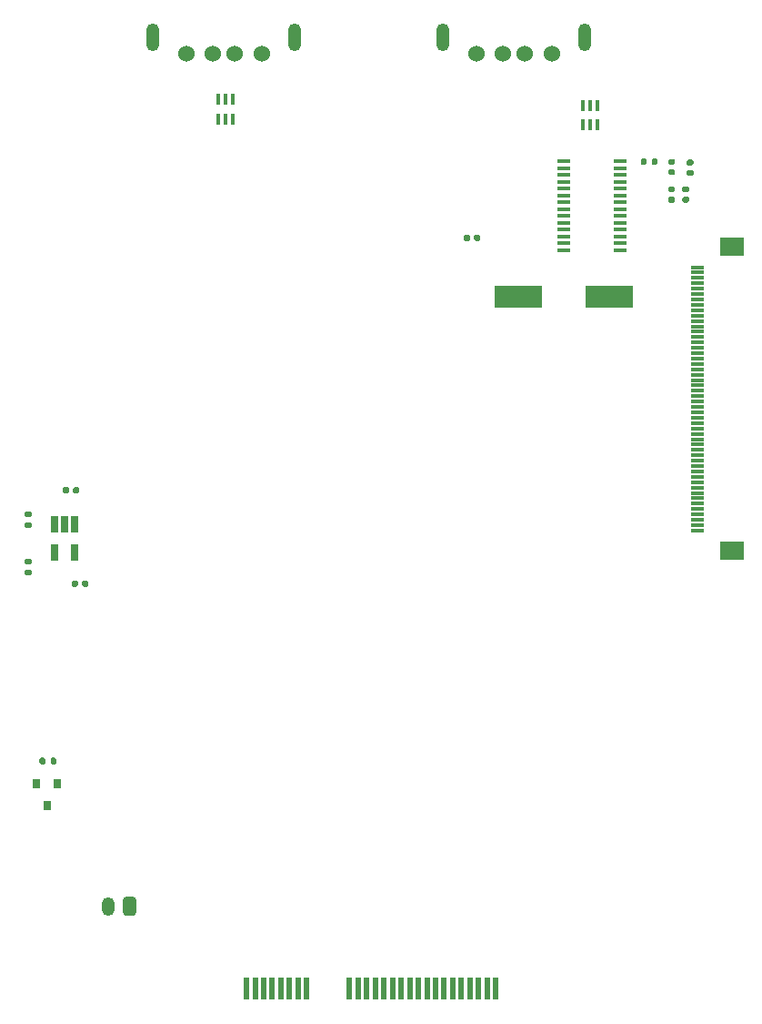
<source format=gts>
G04 #@! TF.GenerationSoftware,KiCad,Pcbnew,(5.1.10-1-10_14)*
G04 #@! TF.CreationDate,2021-12-01T22:20:01+01:00*
G04 #@! TF.ProjectId,DCEXT,44434558-542e-46b6-9963-61645f706362,rev?*
G04 #@! TF.SameCoordinates,Original*
G04 #@! TF.FileFunction,Soldermask,Top*
G04 #@! TF.FilePolarity,Negative*
%FSLAX46Y46*%
G04 Gerber Fmt 4.6, Leading zero omitted, Abs format (unit mm)*
G04 Created by KiCad (PCBNEW (5.1.10-1-10_14)) date 2021-12-01 22:20:01*
%MOMM*%
%LPD*%
G01*
G04 APERTURE LIST*
%ADD10O,1.200000X2.600000*%
%ADD11C,1.524000*%
%ADD12R,4.500000X2.000000*%
%ADD13R,1.200000X0.400000*%
%ADD14O,1.200000X1.750000*%
%ADD15R,0.800000X0.900000*%
%ADD16R,1.300000X0.300000*%
%ADD17R,2.200000X1.800000*%
%ADD18R,0.650000X1.560000*%
%ADD19R,0.600000X2.000000*%
%ADD20R,0.400000X1.050000*%
G04 APERTURE END LIST*
D10*
X117597000Y-52615000D03*
X104399000Y-52615000D03*
D11*
X114498000Y-54065000D03*
X111999000Y-54065000D03*
X109997000Y-54065000D03*
X107498000Y-54065000D03*
D10*
X90589000Y-52615000D03*
X77391000Y-52615000D03*
D11*
X87490000Y-54065000D03*
X84991000Y-54065000D03*
X82989000Y-54065000D03*
X80490000Y-54065000D03*
D12*
X111380000Y-76740000D03*
X119880000Y-76740000D03*
D13*
X115650000Y-72377500D03*
X115650000Y-71742500D03*
X115650000Y-71107500D03*
X115650000Y-70472500D03*
X115650000Y-69837500D03*
X115650000Y-69202500D03*
X115650000Y-68567500D03*
X115650000Y-67932500D03*
X115650000Y-67297500D03*
X115650000Y-66662500D03*
X115650000Y-66027500D03*
X115650000Y-65392500D03*
X115650000Y-64757500D03*
X115650000Y-64122500D03*
X120850000Y-64122500D03*
X120850000Y-64757500D03*
X120850000Y-65392500D03*
X120850000Y-66027500D03*
X120850000Y-66662500D03*
X120850000Y-67297500D03*
X120850000Y-67932500D03*
X120850000Y-68567500D03*
X120850000Y-69202500D03*
X120850000Y-69837500D03*
X120850000Y-70472500D03*
X120850000Y-71107500D03*
X120850000Y-71742500D03*
X120850000Y-72377500D03*
G36*
G01*
X123820000Y-64325000D02*
X123820000Y-63955000D01*
G75*
G02*
X123955000Y-63820000I135000J0D01*
G01*
X124225000Y-63820000D01*
G75*
G02*
X124360000Y-63955000I0J-135000D01*
G01*
X124360000Y-64325000D01*
G75*
G02*
X124225000Y-64460000I-135000J0D01*
G01*
X123955000Y-64460000D01*
G75*
G02*
X123820000Y-64325000I0J135000D01*
G01*
G37*
G36*
G01*
X122800000Y-64325000D02*
X122800000Y-63955000D01*
G75*
G02*
X122935000Y-63820000I135000J0D01*
G01*
X123205000Y-63820000D01*
G75*
G02*
X123340000Y-63955000I0J-135000D01*
G01*
X123340000Y-64325000D01*
G75*
G02*
X123205000Y-64460000I-135000J0D01*
G01*
X122935000Y-64460000D01*
G75*
G02*
X122800000Y-64325000I0J135000D01*
G01*
G37*
G36*
G01*
X65932900Y-101614000D02*
X65562900Y-101614000D01*
G75*
G02*
X65427900Y-101479000I0J135000D01*
G01*
X65427900Y-101209000D01*
G75*
G02*
X65562900Y-101074000I135000J0D01*
G01*
X65932900Y-101074000D01*
G75*
G02*
X66067900Y-101209000I0J-135000D01*
G01*
X66067900Y-101479000D01*
G75*
G02*
X65932900Y-101614000I-135000J0D01*
G01*
G37*
G36*
G01*
X65932900Y-102634000D02*
X65562900Y-102634000D01*
G75*
G02*
X65427900Y-102499000I0J135000D01*
G01*
X65427900Y-102229000D01*
G75*
G02*
X65562900Y-102094000I135000J0D01*
G01*
X65932900Y-102094000D01*
G75*
G02*
X66067900Y-102229000I0J-135000D01*
G01*
X66067900Y-102499000D01*
G75*
G02*
X65932900Y-102634000I-135000J0D01*
G01*
G37*
G36*
G01*
X65562900Y-97687100D02*
X65932900Y-97687100D01*
G75*
G02*
X66067900Y-97822100I0J-135000D01*
G01*
X66067900Y-98092100D01*
G75*
G02*
X65932900Y-98227100I-135000J0D01*
G01*
X65562900Y-98227100D01*
G75*
G02*
X65427900Y-98092100I0J135000D01*
G01*
X65427900Y-97822100D01*
G75*
G02*
X65562900Y-97687100I135000J0D01*
G01*
G37*
G36*
G01*
X65562900Y-96667100D02*
X65932900Y-96667100D01*
G75*
G02*
X66067900Y-96802100I0J-135000D01*
G01*
X66067900Y-97072100D01*
G75*
G02*
X65932900Y-97207100I-135000J0D01*
G01*
X65562900Y-97207100D01*
G75*
G02*
X65427900Y-97072100I0J135000D01*
G01*
X65427900Y-96802100D01*
G75*
G02*
X65562900Y-96667100I135000J0D01*
G01*
G37*
G36*
G01*
X67360000Y-119715000D02*
X67360000Y-120085000D01*
G75*
G02*
X67225000Y-120220000I-135000J0D01*
G01*
X66955000Y-120220000D01*
G75*
G02*
X66820000Y-120085000I0J135000D01*
G01*
X66820000Y-119715000D01*
G75*
G02*
X66955000Y-119580000I135000J0D01*
G01*
X67225000Y-119580000D01*
G75*
G02*
X67360000Y-119715000I0J-135000D01*
G01*
G37*
G36*
G01*
X68380000Y-119715000D02*
X68380000Y-120085000D01*
G75*
G02*
X68245000Y-120220000I-135000J0D01*
G01*
X67975000Y-120220000D01*
G75*
G02*
X67840000Y-120085000I0J135000D01*
G01*
X67840000Y-119715000D01*
G75*
G02*
X67975000Y-119580000I135000J0D01*
G01*
X68245000Y-119580000D01*
G75*
G02*
X68380000Y-119715000I0J-135000D01*
G01*
G37*
G36*
G01*
X127160000Y-66990000D02*
X126820000Y-66990000D01*
G75*
G02*
X126680000Y-66850000I0J140000D01*
G01*
X126680000Y-66570000D01*
G75*
G02*
X126820000Y-66430000I140000J0D01*
G01*
X127160000Y-66430000D01*
G75*
G02*
X127300000Y-66570000I0J-140000D01*
G01*
X127300000Y-66850000D01*
G75*
G02*
X127160000Y-66990000I-140000J0D01*
G01*
G37*
G36*
G01*
X127160000Y-67950000D02*
X126820000Y-67950000D01*
G75*
G02*
X126680000Y-67810000I0J140000D01*
G01*
X126680000Y-67530000D01*
G75*
G02*
X126820000Y-67390000I140000J0D01*
G01*
X127160000Y-67390000D01*
G75*
G02*
X127300000Y-67530000I0J-140000D01*
G01*
X127300000Y-67810000D01*
G75*
G02*
X127160000Y-67950000I-140000J0D01*
G01*
G37*
G36*
G01*
X125840000Y-66990000D02*
X125500000Y-66990000D01*
G75*
G02*
X125360000Y-66850000I0J140000D01*
G01*
X125360000Y-66570000D01*
G75*
G02*
X125500000Y-66430000I140000J0D01*
G01*
X125840000Y-66430000D01*
G75*
G02*
X125980000Y-66570000I0J-140000D01*
G01*
X125980000Y-66850000D01*
G75*
G02*
X125840000Y-66990000I-140000J0D01*
G01*
G37*
G36*
G01*
X125840000Y-67950000D02*
X125500000Y-67950000D01*
G75*
G02*
X125360000Y-67810000I0J140000D01*
G01*
X125360000Y-67530000D01*
G75*
G02*
X125500000Y-67390000I140000J0D01*
G01*
X125840000Y-67390000D01*
G75*
G02*
X125980000Y-67530000I0J-140000D01*
G01*
X125980000Y-67810000D01*
G75*
G02*
X125840000Y-67950000I-140000J0D01*
G01*
G37*
G36*
G01*
X125500000Y-64840000D02*
X125840000Y-64840000D01*
G75*
G02*
X125980000Y-64980000I0J-140000D01*
G01*
X125980000Y-65260000D01*
G75*
G02*
X125840000Y-65400000I-140000J0D01*
G01*
X125500000Y-65400000D01*
G75*
G02*
X125360000Y-65260000I0J140000D01*
G01*
X125360000Y-64980000D01*
G75*
G02*
X125500000Y-64840000I140000J0D01*
G01*
G37*
G36*
G01*
X125500000Y-63880000D02*
X125840000Y-63880000D01*
G75*
G02*
X125980000Y-64020000I0J-140000D01*
G01*
X125980000Y-64300000D01*
G75*
G02*
X125840000Y-64440000I-140000J0D01*
G01*
X125500000Y-64440000D01*
G75*
G02*
X125360000Y-64300000I0J140000D01*
G01*
X125360000Y-64020000D01*
G75*
G02*
X125500000Y-63880000I140000J0D01*
G01*
G37*
G36*
G01*
X127220000Y-64910000D02*
X127560000Y-64910000D01*
G75*
G02*
X127700000Y-65050000I0J-140000D01*
G01*
X127700000Y-65330000D01*
G75*
G02*
X127560000Y-65470000I-140000J0D01*
G01*
X127220000Y-65470000D01*
G75*
G02*
X127080000Y-65330000I0J140000D01*
G01*
X127080000Y-65050000D01*
G75*
G02*
X127220000Y-64910000I140000J0D01*
G01*
G37*
G36*
G01*
X127220000Y-63950000D02*
X127560000Y-63950000D01*
G75*
G02*
X127700000Y-64090000I0J-140000D01*
G01*
X127700000Y-64370000D01*
G75*
G02*
X127560000Y-64510000I-140000J0D01*
G01*
X127220000Y-64510000D01*
G75*
G02*
X127080000Y-64370000I0J140000D01*
G01*
X127080000Y-64090000D01*
G75*
G02*
X127220000Y-63950000I140000J0D01*
G01*
G37*
G36*
G01*
X106890000Y-71070000D02*
X106890000Y-71410000D01*
G75*
G02*
X106750000Y-71550000I-140000J0D01*
G01*
X106470000Y-71550000D01*
G75*
G02*
X106330000Y-71410000I0J140000D01*
G01*
X106330000Y-71070000D01*
G75*
G02*
X106470000Y-70930000I140000J0D01*
G01*
X106750000Y-70930000D01*
G75*
G02*
X106890000Y-71070000I0J-140000D01*
G01*
G37*
G36*
G01*
X107850000Y-71070000D02*
X107850000Y-71410000D01*
G75*
G02*
X107710000Y-71550000I-140000J0D01*
G01*
X107430000Y-71550000D01*
G75*
G02*
X107290000Y-71410000I0J140000D01*
G01*
X107290000Y-71070000D01*
G75*
G02*
X107430000Y-70930000I140000J0D01*
G01*
X107710000Y-70930000D01*
G75*
G02*
X107850000Y-71070000I0J-140000D01*
G01*
G37*
G36*
G01*
X70799300Y-103560700D02*
X70799300Y-103220700D01*
G75*
G02*
X70939300Y-103080700I140000J0D01*
G01*
X71219300Y-103080700D01*
G75*
G02*
X71359300Y-103220700I0J-140000D01*
G01*
X71359300Y-103560700D01*
G75*
G02*
X71219300Y-103700700I-140000J0D01*
G01*
X70939300Y-103700700D01*
G75*
G02*
X70799300Y-103560700I0J140000D01*
G01*
G37*
G36*
G01*
X69839300Y-103560700D02*
X69839300Y-103220700D01*
G75*
G02*
X69979300Y-103080700I140000J0D01*
G01*
X70259300Y-103080700D01*
G75*
G02*
X70399300Y-103220700I0J-140000D01*
G01*
X70399300Y-103560700D01*
G75*
G02*
X70259300Y-103700700I-140000J0D01*
G01*
X69979300Y-103700700D01*
G75*
G02*
X69839300Y-103560700I0J140000D01*
G01*
G37*
G36*
G01*
X69948400Y-94873900D02*
X69948400Y-94533900D01*
G75*
G02*
X70088400Y-94393900I140000J0D01*
G01*
X70368400Y-94393900D01*
G75*
G02*
X70508400Y-94533900I0J-140000D01*
G01*
X70508400Y-94873900D01*
G75*
G02*
X70368400Y-95013900I-140000J0D01*
G01*
X70088400Y-95013900D01*
G75*
G02*
X69948400Y-94873900I0J140000D01*
G01*
G37*
G36*
G01*
X68988400Y-94873900D02*
X68988400Y-94533900D01*
G75*
G02*
X69128400Y-94393900I140000J0D01*
G01*
X69408400Y-94393900D01*
G75*
G02*
X69548400Y-94533900I0J-140000D01*
G01*
X69548400Y-94873900D01*
G75*
G02*
X69408400Y-95013900I-140000J0D01*
G01*
X69128400Y-95013900D01*
G75*
G02*
X68988400Y-94873900I0J140000D01*
G01*
G37*
D14*
X73200000Y-133400000D03*
G36*
G01*
X75800000Y-132774999D02*
X75800000Y-134025001D01*
G75*
G02*
X75550001Y-134275000I-249999J0D01*
G01*
X74849999Y-134275000D01*
G75*
G02*
X74600000Y-134025001I0J249999D01*
G01*
X74600000Y-132774999D01*
G75*
G02*
X74849999Y-132525000I249999J0D01*
G01*
X75550001Y-132525000D01*
G75*
G02*
X75800000Y-132774999I0J-249999D01*
G01*
G37*
D15*
X67500000Y-124000000D03*
X66550000Y-122000000D03*
X68450000Y-122000000D03*
D16*
X128058300Y-73957600D03*
X128058300Y-74457600D03*
X128058300Y-74957600D03*
X128058300Y-75457600D03*
X128058300Y-75957600D03*
X128058300Y-76457600D03*
X128058300Y-76957600D03*
X128058300Y-77457600D03*
X128058300Y-77957600D03*
X128058300Y-78457600D03*
X128058300Y-78957600D03*
X128058300Y-79457600D03*
X128058300Y-79957600D03*
X128058300Y-80457600D03*
X128058300Y-80957600D03*
X128058300Y-81457600D03*
X128058300Y-81957600D03*
X128058300Y-82457600D03*
X128058300Y-82957600D03*
X128058300Y-83457600D03*
X128058300Y-83957600D03*
X128058300Y-84457600D03*
X128058300Y-84957600D03*
X128058300Y-85457600D03*
X128058300Y-85957600D03*
X128058300Y-86457600D03*
X128058300Y-86957600D03*
X128058300Y-87457600D03*
X128058300Y-87957600D03*
X128058300Y-88457600D03*
X128058300Y-88957600D03*
X128058300Y-89457600D03*
X128058300Y-89957600D03*
X128058300Y-90457600D03*
X128058300Y-90957600D03*
X128058300Y-91457600D03*
X128058300Y-91957600D03*
X128058300Y-92457600D03*
X128058300Y-92957600D03*
X128058300Y-93457600D03*
X128058300Y-93957600D03*
X128058300Y-94457600D03*
X128058300Y-94957600D03*
X128058300Y-95457600D03*
X128058300Y-95957600D03*
X128058300Y-96457600D03*
X128058300Y-96957600D03*
X128058300Y-97457600D03*
X128058300Y-97957600D03*
X128058300Y-98457600D03*
D17*
X131308300Y-100357600D03*
X131308300Y-72057600D03*
D18*
X70105299Y-100538301D03*
X68205299Y-100538301D03*
X68205299Y-97838301D03*
X69155299Y-97838301D03*
X70105299Y-97838301D03*
D19*
X86090000Y-141083700D03*
X86890000Y-141083700D03*
X87690000Y-141083700D03*
X88490000Y-141083700D03*
X89290000Y-141083700D03*
X90090000Y-141083700D03*
X90890000Y-141083700D03*
X91690000Y-141083700D03*
X95690000Y-141083700D03*
X96490000Y-141083700D03*
X97290000Y-141083700D03*
X98090000Y-141083700D03*
X98890000Y-141083700D03*
X99690000Y-141083700D03*
X100490000Y-141083700D03*
X101290000Y-141083700D03*
X102090000Y-141083700D03*
X102890000Y-141083700D03*
X103690000Y-141083700D03*
X104490000Y-141083700D03*
X105290000Y-141083700D03*
X106090000Y-141083700D03*
X106890000Y-141083700D03*
X107690000Y-141083700D03*
X108490000Y-141083700D03*
X109290000Y-141083700D03*
D20*
X83474800Y-58320500D03*
X84124800Y-58320500D03*
X84774800Y-58320500D03*
X84774800Y-60170500D03*
X84124800Y-60170500D03*
X83474800Y-60170500D03*
X117450000Y-58885000D03*
X118100000Y-58885000D03*
X118750000Y-58885000D03*
X118750000Y-60735000D03*
X118100000Y-60735000D03*
X117450000Y-60735000D03*
M02*

</source>
